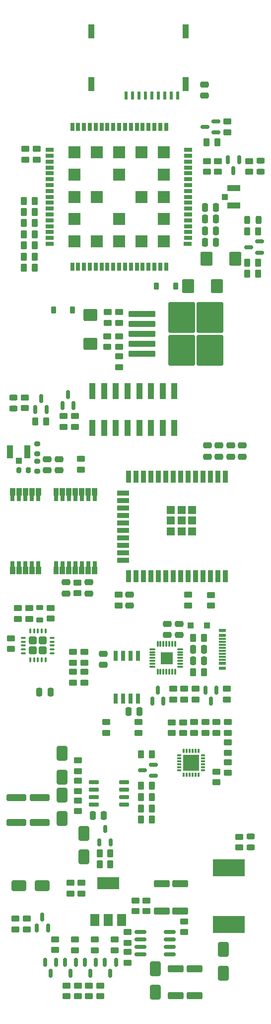
<source format=gtp>
%TF.GenerationSoftware,KiCad,Pcbnew,7.0.2*%
%TF.CreationDate,2023-05-22T14:03:59+07:00*%
%TF.ProjectId,ph_portable_refrigerator_v2_hw,70685f70-6f72-4746-9162-6c655f726566,rev?*%
%TF.SameCoordinates,Original*%
%TF.FileFunction,Paste,Top*%
%TF.FilePolarity,Positive*%
%FSLAX46Y46*%
G04 Gerber Fmt 4.6, Leading zero omitted, Abs format (unit mm)*
G04 Created by KiCad (PCBNEW 7.0.2) date 2023-05-22 14:03:59*
%MOMM*%
%LPD*%
G01*
G04 APERTURE LIST*
G04 Aperture macros list*
%AMRoundRect*
0 Rectangle with rounded corners*
0 $1 Rounding radius*
0 $2 $3 $4 $5 $6 $7 $8 $9 X,Y pos of 4 corners*
0 Add a 4 corners polygon primitive as box body*
4,1,4,$2,$3,$4,$5,$6,$7,$8,$9,$2,$3,0*
0 Add four circle primitives for the rounded corners*
1,1,$1+$1,$2,$3*
1,1,$1+$1,$4,$5*
1,1,$1+$1,$6,$7*
1,1,$1+$1,$8,$9*
0 Add four rect primitives between the rounded corners*
20,1,$1+$1,$2,$3,$4,$5,0*
20,1,$1+$1,$4,$5,$6,$7,0*
20,1,$1+$1,$6,$7,$8,$9,0*
20,1,$1+$1,$8,$9,$2,$3,0*%
G04 Aperture macros list end*
%ADD10C,0.010000*%
%ADD11RoundRect,0.250000X-0.250000X-0.475000X0.250000X-0.475000X0.250000X0.475000X-0.250000X0.475000X0*%
%ADD12RoundRect,0.062400X0.422600X-0.067600X0.422600X0.067600X-0.422600X0.067600X-0.422600X-0.067600X0*%
%ADD13RoundRect,0.062400X0.067600X0.422600X-0.067600X0.422600X-0.067600X-0.422600X0.067600X-0.422600X0*%
%ADD14RoundRect,0.250000X0.450000X-0.262500X0.450000X0.262500X-0.450000X0.262500X-0.450000X-0.262500X0*%
%ADD15RoundRect,0.243750X0.456250X-0.243750X0.456250X0.243750X-0.456250X0.243750X-0.456250X-0.243750X0*%
%ADD16RoundRect,0.243750X-0.456250X0.243750X-0.456250X-0.243750X0.456250X-0.243750X0.456250X0.243750X0*%
%ADD17RoundRect,0.250000X-0.450000X0.262500X-0.450000X-0.262500X0.450000X-0.262500X0.450000X0.262500X0*%
%ADD18RoundRect,0.250000X-2.050000X-0.300000X2.050000X-0.300000X2.050000X0.300000X-2.050000X0.300000X0*%
%ADD19RoundRect,0.250000X-2.025000X-2.375000X2.025000X-2.375000X2.025000X2.375000X-2.025000X2.375000X0*%
%ADD20RoundRect,0.250000X0.262500X0.450000X-0.262500X0.450000X-0.262500X-0.450000X0.262500X-0.450000X0*%
%ADD21R,1.050000X1.000000*%
%ADD22R,2.200000X1.050000*%
%ADD23RoundRect,0.150000X0.587500X0.150000X-0.587500X0.150000X-0.587500X-0.150000X0.587500X-0.150000X0*%
%ADD24RoundRect,0.250000X-0.787500X-0.925000X0.787500X-0.925000X0.787500X0.925000X-0.787500X0.925000X0*%
%ADD25R,0.650000X1.700000*%
%ADD26RoundRect,0.250000X-0.650000X1.000000X-0.650000X-1.000000X0.650000X-1.000000X0.650000X1.000000X0*%
%ADD27RoundRect,0.200000X0.200000X0.275000X-0.200000X0.275000X-0.200000X-0.275000X0.200000X-0.275000X0*%
%ADD28RoundRect,0.250000X-1.075000X0.362500X-1.075000X-0.362500X1.075000X-0.362500X1.075000X0.362500X0*%
%ADD29RoundRect,0.250000X0.475000X-0.250000X0.475000X0.250000X-0.475000X0.250000X-0.475000X-0.250000X0*%
%ADD30RoundRect,0.150000X-0.150000X0.587500X-0.150000X-0.587500X0.150000X-0.587500X0.150000X0.587500X0*%
%ADD31RoundRect,0.250000X-0.475000X0.250000X-0.475000X-0.250000X0.475000X-0.250000X0.475000X0.250000X0*%
%ADD32RoundRect,0.250000X-0.262500X-0.450000X0.262500X-0.450000X0.262500X0.450000X-0.262500X0.450000X0*%
%ADD33R,1.000000X1.050000*%
%ADD34R,1.050000X2.200000*%
%ADD35RoundRect,0.150000X0.150000X-0.587500X0.150000X0.587500X-0.150000X0.587500X-0.150000X-0.587500X0*%
%ADD36RoundRect,0.250000X-1.450000X0.312500X-1.450000X-0.312500X1.450000X-0.312500X1.450000X0.312500X0*%
%ADD37RoundRect,0.250000X-0.300000X-0.300000X0.300000X-0.300000X0.300000X0.300000X-0.300000X0.300000X0*%
%ADD38R,0.620000X1.400000*%
%ADD39R,1.100000X2.400000*%
%ADD40RoundRect,0.225000X0.225000X0.375000X-0.225000X0.375000X-0.225000X-0.375000X0.225000X-0.375000X0*%
%ADD41R,0.800000X0.300000*%
%ADD42R,0.300000X0.800000*%
%ADD43R,2.750000X2.750000*%
%ADD44RoundRect,0.150000X-0.825000X-0.150000X0.825000X-0.150000X0.825000X0.150000X-0.825000X0.150000X0*%
%ADD45R,0.700000X1.400000*%
%ADD46R,1.400000X0.700000*%
%ADD47R,2.100000X2.100000*%
%ADD48RoundRect,0.150000X0.150000X-0.512500X0.150000X0.512500X-0.150000X0.512500X-0.150000X-0.512500X0*%
%ADD49RoundRect,0.225000X-0.225000X-0.375000X0.225000X-0.375000X0.225000X0.375000X-0.225000X0.375000X0*%
%ADD50RoundRect,0.218750X-0.381250X0.218750X-0.381250X-0.218750X0.381250X-0.218750X0.381250X0.218750X0*%
%ADD51RoundRect,0.150000X0.725000X0.150000X-0.725000X0.150000X-0.725000X-0.150000X0.725000X-0.150000X0*%
%ADD52RoundRect,0.200000X0.275000X-0.200000X0.275000X0.200000X-0.275000X0.200000X-0.275000X-0.200000X0*%
%ADD53RoundRect,0.250000X1.000000X0.650000X-1.000000X0.650000X-1.000000X-0.650000X1.000000X-0.650000X0*%
%ADD54RoundRect,0.250000X-0.425000X-0.425000X0.425000X-0.425000X0.425000X0.425000X-0.425000X0.425000X0*%
%ADD55RoundRect,0.075000X-0.325000X-0.075000X0.325000X-0.075000X0.325000X0.075000X-0.325000X0.075000X0*%
%ADD56RoundRect,0.075000X-0.075000X-0.325000X0.075000X-0.325000X0.075000X0.325000X-0.075000X0.325000X0*%
%ADD57RoundRect,0.250000X-0.925000X0.787500X-0.925000X-0.787500X0.925000X-0.787500X0.925000X0.787500X0*%
%ADD58R,1.500000X2.000000*%
%ADD59R,3.800000X2.000000*%
%ADD60R,1.000000X2.750000*%
%ADD61R,5.400000X2.900000*%
%ADD62RoundRect,0.250000X0.650000X-1.000000X0.650000X1.000000X-0.650000X1.000000X-0.650000X-1.000000X0*%
%ADD63RoundRect,0.243750X-0.243750X-0.456250X0.243750X-0.456250X0.243750X0.456250X-0.243750X0.456250X0*%
%ADD64R,0.900000X2.000000*%
%ADD65R,2.000000X0.900000*%
%ADD66R,1.330000X1.330000*%
%ADD67RoundRect,0.250000X0.250000X0.475000X-0.250000X0.475000X-0.250000X-0.475000X0.250000X-0.475000X0*%
%ADD68R,1.150000X0.600000*%
%ADD69R,1.150000X0.300000*%
G04 APERTURE END LIST*
%TO.C,U11*%
D10*
X63625792Y-130784000D02*
X61646000Y-130784000D01*
X61646000Y-128804208D01*
X63625792Y-128804208D01*
X63625792Y-130784000D01*
G36*
X63625792Y-130784000D02*
G01*
X61646000Y-130784000D01*
X61646000Y-128804208D01*
X63625792Y-128804208D01*
X63625792Y-130784000D01*
G37*
%TO.C,U7*%
X50750000Y-102075000D02*
X50650000Y-102075000D01*
X50650000Y-102975000D01*
X50050000Y-102975000D01*
X50050000Y-102075000D01*
X49950000Y-102075000D01*
X49950000Y-100875000D01*
X50750000Y-100875000D01*
X50750000Y-102075000D01*
G36*
X50750000Y-102075000D02*
G01*
X50650000Y-102075000D01*
X50650000Y-102975000D01*
X50050000Y-102975000D01*
X50050000Y-102075000D01*
X49950000Y-102075000D01*
X49950000Y-100875000D01*
X50750000Y-100875000D01*
X50750000Y-102075000D01*
G37*
X49650000Y-102075000D02*
X49550000Y-102075000D01*
X49550000Y-102975000D01*
X48950000Y-102975000D01*
X48950000Y-102075000D01*
X48850000Y-102075000D01*
X48850000Y-100875000D01*
X49650000Y-100875000D01*
X49650000Y-102075000D01*
G36*
X49650000Y-102075000D02*
G01*
X49550000Y-102075000D01*
X49550000Y-102975000D01*
X48950000Y-102975000D01*
X48950000Y-102075000D01*
X48850000Y-102075000D01*
X48850000Y-100875000D01*
X49650000Y-100875000D01*
X49650000Y-102075000D01*
G37*
X48550000Y-102075000D02*
X48450000Y-102075000D01*
X48450000Y-102975000D01*
X47850000Y-102975000D01*
X47850000Y-102075000D01*
X47750000Y-102075000D01*
X47750000Y-100875000D01*
X48550000Y-100875000D01*
X48550000Y-102075000D01*
G36*
X48550000Y-102075000D02*
G01*
X48450000Y-102075000D01*
X48450000Y-102975000D01*
X47850000Y-102975000D01*
X47850000Y-102075000D01*
X47750000Y-102075000D01*
X47750000Y-100875000D01*
X48550000Y-100875000D01*
X48550000Y-102075000D01*
G37*
X47450000Y-102075000D02*
X47350000Y-102075000D01*
X47350000Y-102975000D01*
X46750000Y-102975000D01*
X46750000Y-102075000D01*
X46650000Y-102075000D01*
X46650000Y-100875000D01*
X47450000Y-100875000D01*
X47450000Y-102075000D01*
G36*
X47450000Y-102075000D02*
G01*
X47350000Y-102075000D01*
X47350000Y-102975000D01*
X46750000Y-102975000D01*
X46750000Y-102075000D01*
X46650000Y-102075000D01*
X46650000Y-100875000D01*
X47450000Y-100875000D01*
X47450000Y-102075000D01*
G37*
X46350000Y-102075000D02*
X46250000Y-102075000D01*
X46250000Y-102975000D01*
X45650000Y-102975000D01*
X45650000Y-102075000D01*
X45550000Y-102075000D01*
X45550000Y-100875000D01*
X46350000Y-100875000D01*
X46350000Y-102075000D01*
G36*
X46350000Y-102075000D02*
G01*
X46250000Y-102075000D01*
X46250000Y-102975000D01*
X45650000Y-102975000D01*
X45650000Y-102075000D01*
X45550000Y-102075000D01*
X45550000Y-100875000D01*
X46350000Y-100875000D01*
X46350000Y-102075000D01*
G37*
X45250000Y-102075000D02*
X45150000Y-102075000D01*
X45150000Y-102975000D01*
X44550000Y-102975000D01*
X44550000Y-102075000D01*
X44450000Y-102075000D01*
X44450000Y-100875000D01*
X45250000Y-100875000D01*
X45250000Y-102075000D01*
G36*
X45250000Y-102075000D02*
G01*
X45150000Y-102075000D01*
X45150000Y-102975000D01*
X44550000Y-102975000D01*
X44550000Y-102075000D01*
X44450000Y-102075000D01*
X44450000Y-100875000D01*
X45250000Y-100875000D01*
X45250000Y-102075000D01*
G37*
X44150000Y-102075000D02*
X44050000Y-102075000D01*
X44050000Y-102975000D01*
X43450000Y-102975000D01*
X43450000Y-102075000D01*
X43350000Y-102075000D01*
X43350000Y-100875000D01*
X44150000Y-100875000D01*
X44150000Y-102075000D01*
G36*
X44150000Y-102075000D02*
G01*
X44050000Y-102075000D01*
X44050000Y-102975000D01*
X43450000Y-102975000D01*
X43450000Y-102075000D01*
X43350000Y-102075000D01*
X43350000Y-100875000D01*
X44150000Y-100875000D01*
X44150000Y-102075000D01*
G37*
X41150000Y-102075000D02*
X41050000Y-102075000D01*
X41050000Y-102975000D01*
X40450000Y-102975000D01*
X40450000Y-102075000D01*
X40350000Y-102075000D01*
X40350000Y-100875000D01*
X41150000Y-100875000D01*
X41150000Y-102075000D01*
G36*
X41150000Y-102075000D02*
G01*
X41050000Y-102075000D01*
X41050000Y-102975000D01*
X40450000Y-102975000D01*
X40450000Y-102075000D01*
X40350000Y-102075000D01*
X40350000Y-100875000D01*
X41150000Y-100875000D01*
X41150000Y-102075000D01*
G37*
X40050000Y-102075000D02*
X39950000Y-102075000D01*
X39950000Y-102975000D01*
X39350000Y-102975000D01*
X39350000Y-102075000D01*
X39250000Y-102075000D01*
X39250000Y-100875000D01*
X40050000Y-100875000D01*
X40050000Y-102075000D01*
G36*
X40050000Y-102075000D02*
G01*
X39950000Y-102075000D01*
X39950000Y-102975000D01*
X39350000Y-102975000D01*
X39350000Y-102075000D01*
X39250000Y-102075000D01*
X39250000Y-100875000D01*
X40050000Y-100875000D01*
X40050000Y-102075000D01*
G37*
X38950000Y-102075000D02*
X38850000Y-102075000D01*
X38850000Y-102975000D01*
X38250000Y-102975000D01*
X38250000Y-102075000D01*
X38150000Y-102075000D01*
X38150000Y-100875000D01*
X38950000Y-100875000D01*
X38950000Y-102075000D01*
G36*
X38950000Y-102075000D02*
G01*
X38850000Y-102075000D01*
X38850000Y-102975000D01*
X38250000Y-102975000D01*
X38250000Y-102075000D01*
X38150000Y-102075000D01*
X38150000Y-100875000D01*
X38950000Y-100875000D01*
X38950000Y-102075000D01*
G37*
X37850000Y-102075000D02*
X37750000Y-102075000D01*
X37750000Y-102975000D01*
X37150000Y-102975000D01*
X37150000Y-102075000D01*
X37050000Y-102075000D01*
X37050000Y-100875000D01*
X37850000Y-100875000D01*
X37850000Y-102075000D01*
G36*
X37850000Y-102075000D02*
G01*
X37750000Y-102075000D01*
X37750000Y-102975000D01*
X37150000Y-102975000D01*
X37150000Y-102075000D01*
X37050000Y-102075000D01*
X37050000Y-100875000D01*
X37850000Y-100875000D01*
X37850000Y-102075000D01*
G37*
X36750000Y-102075000D02*
X36650000Y-102075000D01*
X36650000Y-102975000D01*
X36050000Y-102975000D01*
X36050000Y-102075000D01*
X35950000Y-102075000D01*
X35950000Y-100875000D01*
X36750000Y-100875000D01*
X36750000Y-102075000D01*
G36*
X36750000Y-102075000D02*
G01*
X36650000Y-102075000D01*
X36650000Y-102975000D01*
X36050000Y-102975000D01*
X36050000Y-102075000D01*
X35950000Y-102075000D01*
X35950000Y-100875000D01*
X36750000Y-100875000D01*
X36750000Y-102075000D01*
G37*
X50650000Y-114275000D02*
X50750000Y-114275000D01*
X50750000Y-115475000D01*
X49950000Y-115475000D01*
X49950000Y-114275000D01*
X50050000Y-114275000D01*
X50050000Y-113375000D01*
X50650000Y-113375000D01*
X50650000Y-114275000D01*
G36*
X50650000Y-114275000D02*
G01*
X50750000Y-114275000D01*
X50750000Y-115475000D01*
X49950000Y-115475000D01*
X49950000Y-114275000D01*
X50050000Y-114275000D01*
X50050000Y-113375000D01*
X50650000Y-113375000D01*
X50650000Y-114275000D01*
G37*
X49550000Y-114275000D02*
X49650000Y-114275000D01*
X49650000Y-115475000D01*
X48850000Y-115475000D01*
X48850000Y-114275000D01*
X48950000Y-114275000D01*
X48950000Y-113375000D01*
X49550000Y-113375000D01*
X49550000Y-114275000D01*
G36*
X49550000Y-114275000D02*
G01*
X49650000Y-114275000D01*
X49650000Y-115475000D01*
X48850000Y-115475000D01*
X48850000Y-114275000D01*
X48950000Y-114275000D01*
X48950000Y-113375000D01*
X49550000Y-113375000D01*
X49550000Y-114275000D01*
G37*
X48450000Y-114275000D02*
X48550000Y-114275000D01*
X48550000Y-115475000D01*
X47750000Y-115475000D01*
X47750000Y-114275000D01*
X47850000Y-114275000D01*
X47850000Y-113375000D01*
X48450000Y-113375000D01*
X48450000Y-114275000D01*
G36*
X48450000Y-114275000D02*
G01*
X48550000Y-114275000D01*
X48550000Y-115475000D01*
X47750000Y-115475000D01*
X47750000Y-114275000D01*
X47850000Y-114275000D01*
X47850000Y-113375000D01*
X48450000Y-113375000D01*
X48450000Y-114275000D01*
G37*
X47350000Y-114275000D02*
X47450000Y-114275000D01*
X47450000Y-115475000D01*
X46650000Y-115475000D01*
X46650000Y-114275000D01*
X46750000Y-114275000D01*
X46750000Y-113375000D01*
X47350000Y-113375000D01*
X47350000Y-114275000D01*
G36*
X47350000Y-114275000D02*
G01*
X47450000Y-114275000D01*
X47450000Y-115475000D01*
X46650000Y-115475000D01*
X46650000Y-114275000D01*
X46750000Y-114275000D01*
X46750000Y-113375000D01*
X47350000Y-113375000D01*
X47350000Y-114275000D01*
G37*
X46250000Y-114275000D02*
X46350000Y-114275000D01*
X46350000Y-115475000D01*
X45550000Y-115475000D01*
X45550000Y-114275000D01*
X45650000Y-114275000D01*
X45650000Y-113375000D01*
X46250000Y-113375000D01*
X46250000Y-114275000D01*
G36*
X46250000Y-114275000D02*
G01*
X46350000Y-114275000D01*
X46350000Y-115475000D01*
X45550000Y-115475000D01*
X45550000Y-114275000D01*
X45650000Y-114275000D01*
X45650000Y-113375000D01*
X46250000Y-113375000D01*
X46250000Y-114275000D01*
G37*
X45150000Y-114275000D02*
X45250000Y-114275000D01*
X45250000Y-115475000D01*
X44450000Y-115475000D01*
X44450000Y-114275000D01*
X44550000Y-114275000D01*
X44550000Y-113375000D01*
X45150000Y-113375000D01*
X45150000Y-114275000D01*
G36*
X45150000Y-114275000D02*
G01*
X45250000Y-114275000D01*
X45250000Y-115475000D01*
X44450000Y-115475000D01*
X44450000Y-114275000D01*
X44550000Y-114275000D01*
X44550000Y-113375000D01*
X45150000Y-113375000D01*
X45150000Y-114275000D01*
G37*
X44050000Y-114275000D02*
X44150000Y-114275000D01*
X44150000Y-115475000D01*
X43350000Y-115475000D01*
X43350000Y-114275000D01*
X43450000Y-114275000D01*
X43450000Y-113375000D01*
X44050000Y-113375000D01*
X44050000Y-114275000D01*
G36*
X44050000Y-114275000D02*
G01*
X44150000Y-114275000D01*
X44150000Y-115475000D01*
X43350000Y-115475000D01*
X43350000Y-114275000D01*
X43450000Y-114275000D01*
X43450000Y-113375000D01*
X44050000Y-113375000D01*
X44050000Y-114275000D01*
G37*
X41050000Y-114275000D02*
X41150000Y-114275000D01*
X41150000Y-115475000D01*
X40350000Y-115475000D01*
X40350000Y-114275000D01*
X40450000Y-114275000D01*
X40450000Y-113375000D01*
X41050000Y-113375000D01*
X41050000Y-114275000D01*
G36*
X41050000Y-114275000D02*
G01*
X41150000Y-114275000D01*
X41150000Y-115475000D01*
X40350000Y-115475000D01*
X40350000Y-114275000D01*
X40450000Y-114275000D01*
X40450000Y-113375000D01*
X41050000Y-113375000D01*
X41050000Y-114275000D01*
G37*
X39950000Y-114275000D02*
X40050000Y-114275000D01*
X40050000Y-115475000D01*
X39250000Y-115475000D01*
X39250000Y-114275000D01*
X39350000Y-114275000D01*
X39350000Y-113375000D01*
X39950000Y-113375000D01*
X39950000Y-114275000D01*
G36*
X39950000Y-114275000D02*
G01*
X40050000Y-114275000D01*
X40050000Y-115475000D01*
X39250000Y-115475000D01*
X39250000Y-114275000D01*
X39350000Y-114275000D01*
X39350000Y-113375000D01*
X39950000Y-113375000D01*
X39950000Y-114275000D01*
G37*
X38850000Y-114275000D02*
X38950000Y-114275000D01*
X38950000Y-115475000D01*
X38150000Y-115475000D01*
X38150000Y-114275000D01*
X38250000Y-114275000D01*
X38250000Y-113375000D01*
X38850000Y-113375000D01*
X38850000Y-114275000D01*
G36*
X38850000Y-114275000D02*
G01*
X38950000Y-114275000D01*
X38950000Y-115475000D01*
X38150000Y-115475000D01*
X38150000Y-114275000D01*
X38250000Y-114275000D01*
X38250000Y-113375000D01*
X38850000Y-113375000D01*
X38850000Y-114275000D01*
G37*
X37750000Y-114275000D02*
X37850000Y-114275000D01*
X37850000Y-115475000D01*
X37050000Y-115475000D01*
X37050000Y-114275000D01*
X37150000Y-114275000D01*
X37150000Y-113375000D01*
X37750000Y-113375000D01*
X37750000Y-114275000D01*
G36*
X37750000Y-114275000D02*
G01*
X37850000Y-114275000D01*
X37850000Y-115475000D01*
X37050000Y-115475000D01*
X37050000Y-114275000D01*
X37150000Y-114275000D01*
X37150000Y-113375000D01*
X37750000Y-113375000D01*
X37750000Y-114275000D01*
G37*
X36650000Y-114275000D02*
X36750000Y-114275000D01*
X36750000Y-115475000D01*
X35950000Y-115475000D01*
X35950000Y-114275000D01*
X36050000Y-114275000D01*
X36050000Y-113375000D01*
X36650000Y-113375000D01*
X36650000Y-114275000D01*
G36*
X36650000Y-114275000D02*
G01*
X36750000Y-114275000D01*
X36750000Y-115475000D01*
X35950000Y-115475000D01*
X35950000Y-114275000D01*
X36050000Y-114275000D01*
X36050000Y-113375000D01*
X36650000Y-113375000D01*
X36650000Y-114275000D01*
G37*
%TD*%
D11*
%TO.C,C22*%
X56145000Y-138900000D03*
X58045000Y-138900000D03*
%TD*%
D12*
%TO.C,U11*%
X65005000Y-131295000D03*
X65005000Y-130795000D03*
X65005000Y-130295000D03*
X65005000Y-129795000D03*
X65005000Y-129295000D03*
X65005000Y-128795000D03*
X65005000Y-128295000D03*
D13*
X64135000Y-127425000D03*
X63635000Y-127425000D03*
X63135000Y-127425000D03*
X62635000Y-127425000D03*
X62135000Y-127425000D03*
X61635000Y-127425000D03*
X61135000Y-127425000D03*
D12*
X60265000Y-128295000D03*
X60265000Y-128795000D03*
X60265000Y-129295000D03*
X60265000Y-129795000D03*
X60265000Y-130295000D03*
X60265000Y-130795000D03*
X60265000Y-131295000D03*
D13*
X61135000Y-132165000D03*
X61635000Y-132165000D03*
X62135000Y-132165000D03*
X62635000Y-132165000D03*
X63135000Y-132165000D03*
X63635000Y-132165000D03*
X64135000Y-132165000D03*
%TD*%
D14*
%TO.C,C21*%
X57845000Y-142525000D03*
X57845000Y-140700000D03*
%TD*%
D15*
%TO.C,D5*%
X77000000Y-162050000D03*
X77000000Y-160175000D03*
%TD*%
D16*
%TO.C,D13*%
X36550000Y-85487500D03*
X36550000Y-87362500D03*
%TD*%
D17*
%TO.C,R69*%
X38500000Y-85475000D03*
X38500000Y-87300000D03*
%TD*%
D18*
%TO.C,U5*%
X58475000Y-71250000D03*
X58475000Y-72950000D03*
X58475000Y-74650000D03*
D19*
X65200000Y-71875000D03*
X65200000Y-77425000D03*
X70050000Y-71875000D03*
X70050000Y-77425000D03*
D18*
X58475000Y-76350000D03*
X58475000Y-78050000D03*
%TD*%
D20*
%TO.C,R3*%
X53075000Y-164900000D03*
X51250000Y-164900000D03*
%TD*%
%TO.C,C32*%
X40150000Y-52000000D03*
X38325000Y-52000000D03*
%TD*%
%TO.C,C33*%
X40150000Y-55800000D03*
X38325000Y-55800000D03*
%TD*%
D21*
%TO.C,AT2*%
X72625000Y-51325000D03*
D22*
X74150000Y-52800000D03*
X74150000Y-49850000D03*
%TD*%
D14*
%TO.C,R61*%
X67600000Y-136837500D03*
X67600000Y-135012500D03*
%TD*%
D23*
%TO.C,Q2*%
X71100000Y-40350000D03*
X71100000Y-38450000D03*
X69225000Y-39400000D03*
%TD*%
D20*
%TO.C,R51*%
X60125000Y-153475000D03*
X58300000Y-153475000D03*
%TD*%
D24*
%TO.C,C47*%
X66337500Y-66525000D03*
X71262500Y-66525000D03*
%TD*%
D14*
%TO.C,C25*%
X39250000Y-123125000D03*
X39250000Y-121300000D03*
%TD*%
%TO.C,C24*%
X37325000Y-123125000D03*
X37325000Y-121300000D03*
%TD*%
D17*
%TO.C,C11*%
X48150000Y-168037500D03*
X48150000Y-169862500D03*
%TD*%
D20*
%TO.C,C34*%
X40150000Y-61500000D03*
X38325000Y-61500000D03*
%TD*%
D25*
%TO.C,U4*%
X53935000Y-136725000D03*
X55205000Y-136725000D03*
X56475000Y-136725000D03*
X57745000Y-136725000D03*
X57745000Y-129425000D03*
X56475000Y-129425000D03*
X55205000Y-129425000D03*
X53935000Y-129425000D03*
%TD*%
D14*
%TO.C,R11*%
X45100000Y-90462500D03*
X45100000Y-88637500D03*
%TD*%
%TO.C,R66*%
X71425000Y-47062500D03*
X71425000Y-45237500D03*
%TD*%
D20*
%TO.C,R41*%
X40150000Y-57700000D03*
X38325000Y-57700000D03*
%TD*%
D17*
%TO.C,R16*%
X50441666Y-177687500D03*
X50441666Y-179512500D03*
%TD*%
D26*
%TO.C,D11*%
X44800000Y-146050000D03*
X44800000Y-150050000D03*
%TD*%
D27*
%TO.C,L3*%
X39100000Y-97862500D03*
X37450000Y-97862500D03*
%TD*%
D28*
%TO.C,C2*%
X64200000Y-182662500D03*
X64200000Y-187287500D03*
%TD*%
D20*
%TO.C,R48*%
X60137500Y-157300000D03*
X58312500Y-157300000D03*
%TD*%
D29*
%TO.C,C43*%
X62810000Y-125875000D03*
X62810000Y-123975000D03*
%TD*%
D14*
%TO.C,R8*%
X45575000Y-187350000D03*
X45575000Y-185525000D03*
%TD*%
D11*
%TO.C,C42*%
X67180000Y-130295000D03*
X69080000Y-130295000D03*
%TD*%
D17*
%TO.C,R20*%
X48625000Y-132162500D03*
X48625000Y-133987500D03*
%TD*%
D30*
%TO.C,Q5*%
X50625000Y-181587500D03*
X48725000Y-181587500D03*
X49675000Y-183462500D03*
%TD*%
D29*
%TO.C,C18*%
X44300000Y-97875000D03*
X44300000Y-95975000D03*
%TD*%
D14*
%TO.C,R26*%
X46700000Y-133987500D03*
X46700000Y-132162500D03*
%TD*%
D17*
%TO.C,R59*%
X72900000Y-135012500D03*
X72900000Y-136837500D03*
%TD*%
D29*
%TO.C,C5*%
X69125000Y-34125000D03*
X69125000Y-32225000D03*
%TD*%
D17*
%TO.C,C30*%
X52575000Y-75050000D03*
X52575000Y-76875000D03*
%TD*%
%TO.C,R45*%
X73075000Y-144117500D03*
X73075000Y-145942500D03*
%TD*%
D28*
%TO.C,C7*%
X67450000Y-182662500D03*
X67450000Y-187287500D03*
%TD*%
D20*
%TO.C,R42*%
X40150000Y-59600000D03*
X38325000Y-59600000D03*
%TD*%
D17*
%TO.C,R32*%
X47500000Y-185525000D03*
X47500000Y-187350000D03*
%TD*%
D20*
%TO.C,R50*%
X60125000Y-151550000D03*
X58300000Y-151550000D03*
%TD*%
D14*
%TO.C,C17*%
X52370000Y-142525000D03*
X52370000Y-140700000D03*
%TD*%
D29*
%TO.C,C6*%
X71600000Y-95550000D03*
X71600000Y-93650000D03*
%TD*%
D14*
%TO.C,R33*%
X40500000Y-45012500D03*
X40500000Y-43187500D03*
%TD*%
D31*
%TO.C,R25*%
X42325000Y-95975000D03*
X42325000Y-97875000D03*
%TD*%
D14*
%TO.C,C36*%
X73075000Y-149342500D03*
X73075000Y-147517500D03*
%TD*%
D32*
%TO.C,R64*%
X76437500Y-62525000D03*
X78262500Y-62525000D03*
%TD*%
D17*
%TO.C,C38*%
X71175000Y-140725000D03*
X71175000Y-142550000D03*
%TD*%
%TO.C,R39*%
X69525000Y-45225000D03*
X69525000Y-47050000D03*
%TD*%
D14*
%TO.C,R19*%
X66325000Y-120862500D03*
X66325000Y-119037500D03*
%TD*%
D17*
%TO.C,C23*%
X42850000Y-121275000D03*
X42850000Y-123100000D03*
%TD*%
D11*
%TO.C,C48*%
X69175000Y-53125000D03*
X71075000Y-53125000D03*
%TD*%
D17*
%TO.C,R46*%
X71125000Y-149137500D03*
X71125000Y-150962500D03*
%TD*%
%TO.C,C37*%
X73075000Y-140717500D03*
X73075000Y-142542500D03*
%TD*%
D14*
%TO.C,R13*%
X70250000Y-120887500D03*
X70250000Y-119062500D03*
%TD*%
D23*
%TO.C,Q12*%
X78525000Y-60825000D03*
X78525000Y-58925000D03*
X76650000Y-59875000D03*
%TD*%
D33*
%TO.C,AT1*%
X37450000Y-96262500D03*
D34*
X38925000Y-94737500D03*
X35975000Y-94737500D03*
%TD*%
D14*
%TO.C,C28*%
X54575000Y-72762500D03*
X54575000Y-70937500D03*
%TD*%
D35*
%TO.C,Q6*%
X40525000Y-175775000D03*
X42425000Y-175775000D03*
X41475000Y-173900000D03*
%TD*%
D31*
%TO.C,C15*%
X56375000Y-119000000D03*
X56375000Y-120900000D03*
%TD*%
D15*
%TO.C,D7*%
X78700000Y-47075000D03*
X78700000Y-45200000D03*
%TD*%
D20*
%TO.C,R68*%
X42112500Y-89575000D03*
X40287500Y-89575000D03*
%TD*%
D36*
%TO.C,F1*%
X41000000Y-153537500D03*
X41000000Y-157812500D03*
%TD*%
D17*
%TO.C,C39*%
X69275000Y-140725000D03*
X69275000Y-142550000D03*
%TD*%
D37*
%TO.C,D12*%
X66730000Y-124245000D03*
X69530000Y-124245000D03*
%TD*%
D38*
%TO.C,J1*%
X55770000Y-34127500D03*
X56870000Y-34127500D03*
X57970000Y-34127500D03*
X59070000Y-34127500D03*
X60170000Y-34127500D03*
X61270000Y-34127500D03*
X62370000Y-34127500D03*
X63470000Y-34127500D03*
X64570000Y-34127500D03*
D39*
X65950000Y-23127500D03*
X65950000Y-32127500D03*
X49800000Y-32127500D03*
X49800000Y-23127500D03*
%TD*%
D17*
%TO.C,R47*%
X63575000Y-140737500D03*
X63575000Y-142562500D03*
%TD*%
D11*
%TO.C,C46*%
X69175000Y-55100000D03*
X71075000Y-55100000D03*
%TD*%
D32*
%TO.C,R57*%
X67192500Y-126370000D03*
X69017500Y-126370000D03*
%TD*%
D40*
%TO.C,D4*%
X64250000Y-66525000D03*
X60950000Y-66525000D03*
%TD*%
D31*
%TO.C,C19*%
X49400000Y-116925000D03*
X49400000Y-118825000D03*
%TD*%
D20*
%TO.C,R43*%
X40150000Y-63400000D03*
X38325000Y-63400000D03*
%TD*%
D41*
%TO.C,IC1*%
X68850000Y-148875000D03*
X68850000Y-148375000D03*
X68850000Y-147875000D03*
X68850000Y-147375000D03*
X68850000Y-146875000D03*
X68850000Y-146375000D03*
D42*
X68100000Y-145625000D03*
X67600000Y-145625000D03*
X67100000Y-145625000D03*
X66600000Y-145625000D03*
X66100000Y-145625000D03*
X65600000Y-145625000D03*
D41*
X64850000Y-146375000D03*
X64850000Y-146875000D03*
X64850000Y-147375000D03*
X64850000Y-147875000D03*
X64850000Y-148375000D03*
X64850000Y-148875000D03*
D42*
X65600000Y-149625000D03*
X66100000Y-149625000D03*
X66600000Y-149625000D03*
X67100000Y-149625000D03*
X67600000Y-149625000D03*
X68100000Y-149625000D03*
D43*
X66850000Y-147625000D03*
%TD*%
D17*
%TO.C,C8*%
X65650000Y-174600000D03*
X65650000Y-176425000D03*
%TD*%
%TO.C,C12*%
X46250000Y-168037500D03*
X46250000Y-169862500D03*
%TD*%
%TO.C,C14*%
X57350000Y-171037500D03*
X57350000Y-172862500D03*
%TD*%
D29*
%TO.C,R4*%
X69625000Y-95550000D03*
X69625000Y-93650000D03*
%TD*%
D14*
%TO.C,R67*%
X76775000Y-47075000D03*
X76775000Y-45250000D03*
%TD*%
D44*
%TO.C,U2*%
X58250000Y-176422500D03*
X58250000Y-177692500D03*
X58250000Y-178962500D03*
X58250000Y-180232500D03*
X63200000Y-180232500D03*
X63200000Y-178962500D03*
X63200000Y-177692500D03*
X63200000Y-176422500D03*
%TD*%
D29*
%TO.C,C1*%
X73600000Y-95550000D03*
X73600000Y-93650000D03*
%TD*%
D14*
%TO.C,R29*%
X38575000Y-44987500D03*
X38575000Y-43162500D03*
%TD*%
%TO.C,R22*%
X52600000Y-72762500D03*
X52600000Y-70937500D03*
%TD*%
D17*
%TO.C,R30*%
X51350000Y-185525000D03*
X51350000Y-187350000D03*
%TD*%
D14*
%TO.C,R28*%
X47450000Y-118787500D03*
X47450000Y-116962500D03*
%TD*%
%TO.C,R53*%
X47575000Y-155875000D03*
X47575000Y-154050000D03*
%TD*%
D45*
%TO.C,U8*%
X62575000Y-39425000D03*
X61575000Y-39425000D03*
X60575000Y-39425000D03*
X59575000Y-39425000D03*
X58575000Y-39425000D03*
X57575000Y-39425000D03*
X56575000Y-39425000D03*
X55575000Y-39425000D03*
X54575000Y-39425000D03*
X53575000Y-39425000D03*
X52575000Y-39425000D03*
X51575000Y-39425000D03*
X50575000Y-39425000D03*
X49575000Y-39425000D03*
X48575000Y-39425000D03*
X47575000Y-39425000D03*
X46575000Y-39425000D03*
D46*
X42675000Y-43325000D03*
X42675000Y-44325000D03*
X42675000Y-45325000D03*
X42675000Y-46325000D03*
X42675000Y-47325000D03*
X42675000Y-48325000D03*
X42675000Y-49325000D03*
X42675000Y-50325000D03*
X42675000Y-51325000D03*
X42675000Y-52325000D03*
X42675000Y-53325000D03*
X42675000Y-54325000D03*
X42675000Y-55325000D03*
X42675000Y-56325000D03*
X42675000Y-57325000D03*
X42675000Y-58325000D03*
X42675000Y-59325000D03*
D45*
X46575000Y-63225000D03*
X47575000Y-63225000D03*
X48575000Y-63225000D03*
X49575000Y-63225000D03*
X50575000Y-63225000D03*
X51575000Y-63225000D03*
X52575000Y-63225000D03*
X53575000Y-63225000D03*
X54575000Y-63225000D03*
X55575000Y-63225000D03*
X56575000Y-63225000D03*
X57575000Y-63225000D03*
X58575000Y-63225000D03*
X59575000Y-63225000D03*
X60575000Y-63225000D03*
X61575000Y-63225000D03*
X62575000Y-63225000D03*
D46*
X66275000Y-59325000D03*
X66375000Y-58325000D03*
X66375000Y-57325000D03*
X66375000Y-56325000D03*
X66375000Y-55325000D03*
X66375000Y-54325000D03*
X66375000Y-53325000D03*
X66375000Y-52325000D03*
X66375000Y-51325000D03*
X66375000Y-50325000D03*
X66375000Y-49325000D03*
X66375000Y-48325000D03*
X66375000Y-47325000D03*
X66375000Y-46325000D03*
X66375000Y-45325000D03*
X66375000Y-44325000D03*
X66375000Y-43325000D03*
D47*
X62175000Y-43725000D03*
X58375000Y-43725000D03*
X54575000Y-43725000D03*
X50775000Y-43725000D03*
X46975000Y-43725000D03*
X46975000Y-47525000D03*
X46975000Y-51325000D03*
X46975000Y-55125000D03*
X46975000Y-58925000D03*
X50775000Y-58925000D03*
X54575000Y-58925000D03*
X58375000Y-58925000D03*
X62175000Y-58925000D03*
X62175000Y-55125000D03*
X62175000Y-51325000D03*
X62175000Y-47525000D03*
X54575000Y-47525000D03*
X50775000Y-51325000D03*
X54575000Y-55125000D03*
X58375000Y-51325000D03*
%TD*%
D48*
%TO.C,Q4*%
X51212500Y-161137500D03*
X53112500Y-161137500D03*
X52162500Y-158862500D03*
%TD*%
D49*
%TO.C,D9*%
X43350000Y-70550000D03*
X46650000Y-70550000D03*
%TD*%
D50*
%TO.C,L1*%
X41050000Y-121200000D03*
X41050000Y-123325000D03*
%TD*%
D51*
%TO.C,U10*%
X55425000Y-154705000D03*
X55425000Y-153435000D03*
X55425000Y-152165000D03*
X55425000Y-150895000D03*
X50275000Y-150895000D03*
X50275000Y-152165000D03*
X50275000Y-153435000D03*
X50275000Y-154705000D03*
%TD*%
D28*
%TO.C,C9*%
X61850000Y-168212500D03*
X61850000Y-172837500D03*
%TD*%
D17*
%TO.C,R24*%
X54550000Y-78487500D03*
X54550000Y-80312500D03*
%TD*%
%TO.C,R17*%
X48650000Y-128775000D03*
X48650000Y-130600000D03*
%TD*%
D30*
%TO.C,Q11*%
X71200000Y-135227500D03*
X69300000Y-135227500D03*
X70250000Y-137102500D03*
%TD*%
D11*
%TO.C,C29*%
X69175000Y-59050000D03*
X71075000Y-59050000D03*
%TD*%
D26*
%TO.C,D10*%
X44800000Y-153100000D03*
X44800000Y-157100000D03*
%TD*%
D17*
%TO.C,R1*%
X53825000Y-177687500D03*
X53825000Y-179512500D03*
%TD*%
D11*
%TO.C,C26*%
X40950000Y-135575000D03*
X42850000Y-135575000D03*
%TD*%
D52*
%TO.C,R34*%
X40575000Y-97987500D03*
X40575000Y-96337500D03*
%TD*%
D17*
%TO.C,R58*%
X63800000Y-135012500D03*
X63800000Y-136837500D03*
%TD*%
D35*
%TO.C,Q14*%
X40300000Y-87537500D03*
X42200000Y-87537500D03*
X41250000Y-85662500D03*
%TD*%
D14*
%TO.C,R54*%
X47575000Y-152475000D03*
X47575000Y-150650000D03*
%TD*%
D17*
%TO.C,R14*%
X56000000Y-179825000D03*
X56000000Y-181650000D03*
%TD*%
D53*
%TO.C,D8*%
X41475000Y-168562500D03*
X37475000Y-168562500D03*
%TD*%
D14*
%TO.C,R44*%
X48050000Y-97737500D03*
X48050000Y-95912500D03*
%TD*%
D54*
%TO.C,U6*%
X39860000Y-126822500D03*
X39860000Y-128502500D03*
X41540000Y-126822500D03*
X41540000Y-128502500D03*
D55*
X38250000Y-126362500D03*
X38250000Y-127012500D03*
X38250000Y-127662500D03*
X38250000Y-128312500D03*
X38250000Y-128962500D03*
D56*
X39400000Y-130112500D03*
X40050000Y-130112500D03*
X40700000Y-130112500D03*
X41350000Y-130112500D03*
X42000000Y-130112500D03*
D55*
X43150000Y-128962500D03*
X43150000Y-128312500D03*
X43150000Y-127662500D03*
X43150000Y-127012500D03*
X43150000Y-126362500D03*
D56*
X42000000Y-125212500D03*
X41350000Y-125212500D03*
X40700000Y-125212500D03*
X40050000Y-125212500D03*
X39400000Y-125212500D03*
%TD*%
D20*
%TO.C,R12*%
X53075000Y-163000000D03*
X51250000Y-163000000D03*
%TD*%
D57*
%TO.C,C31*%
X49675000Y-71425000D03*
X49675000Y-76350000D03*
%TD*%
D17*
%TO.C,C4*%
X46700000Y-128762500D03*
X46700000Y-130587500D03*
%TD*%
%TO.C,R18*%
X47025000Y-177687500D03*
X47025000Y-179512500D03*
%TD*%
D58*
%TO.C,U3*%
X50425000Y-174387500D03*
X52725000Y-174387500D03*
D59*
X52725000Y-168087500D03*
D58*
X55025000Y-174387500D03*
%TD*%
D20*
%TO.C,R49*%
X60125000Y-155400000D03*
X58300000Y-155400000D03*
%TD*%
D60*
%TO.C,J7*%
X64000000Y-90625000D03*
X64000000Y-84375000D03*
X62000000Y-90625000D03*
X62000000Y-84375000D03*
X60000000Y-90625000D03*
X60000000Y-84375000D03*
X58000000Y-90625000D03*
X58000000Y-84375000D03*
X56000000Y-90625000D03*
X56000000Y-84375000D03*
X54000000Y-90625000D03*
X54000000Y-84375000D03*
X52000000Y-90625000D03*
X52000000Y-84375000D03*
X50000000Y-90625000D03*
X50000000Y-84375000D03*
%TD*%
D11*
%TO.C,C41*%
X67180000Y-128320000D03*
X69080000Y-128320000D03*
%TD*%
D14*
%TO.C,R10*%
X47025000Y-90462500D03*
X47025000Y-88637500D03*
%TD*%
D26*
%TO.C,D1*%
X72375000Y-179400000D03*
X72375000Y-183400000D03*
%TD*%
D20*
%TO.C,R40*%
X40150000Y-53900000D03*
X38325000Y-53900000D03*
%TD*%
D36*
%TO.C,F2*%
X37050200Y-153536200D03*
X37050200Y-157811200D03*
%TD*%
D35*
%TO.C,Q7*%
X44900000Y-86875000D03*
X46800000Y-86875000D03*
X45850000Y-85000000D03*
%TD*%
D61*
%TO.C,L2*%
X73300000Y-175175000D03*
X73300000Y-165475000D03*
%TD*%
D17*
%TO.C,R23*%
X54537500Y-75050000D03*
X54537500Y-76875000D03*
%TD*%
D11*
%TO.C,C45*%
X69175000Y-57075000D03*
X71075000Y-57075000D03*
%TD*%
D62*
%TO.C,D2*%
X48575000Y-163612500D03*
X48575000Y-159612500D03*
%TD*%
D17*
%TO.C,R7*%
X38800000Y-174150000D03*
X38800000Y-175975000D03*
%TD*%
D30*
%TO.C,Q1*%
X54025000Y-181587500D03*
X52125000Y-181587500D03*
X53075000Y-183462500D03*
%TD*%
D29*
%TO.C,C3*%
X75575000Y-95550000D03*
X75575000Y-93650000D03*
%TD*%
D32*
%TO.C,R65*%
X76437500Y-64425000D03*
X78262500Y-64425000D03*
%TD*%
D17*
%TO.C,R9*%
X56000000Y-176450000D03*
X56000000Y-178275000D03*
%TD*%
D14*
%TO.C,R60*%
X65700000Y-136837500D03*
X65700000Y-135012500D03*
%TD*%
%TO.C,R63*%
X65475000Y-142562500D03*
X65475000Y-140737500D03*
%TD*%
D63*
%TO.C,D6*%
X76450000Y-55250000D03*
X78325000Y-55250000D03*
%TD*%
D14*
%TO.C,R62*%
X67375000Y-142550000D03*
X67375000Y-140725000D03*
%TD*%
%TO.C,R55*%
X47575000Y-149062500D03*
X47575000Y-147237500D03*
%TD*%
D30*
%TO.C,Q13*%
X75025000Y-44975000D03*
X73125000Y-44975000D03*
X74075000Y-46850000D03*
%TD*%
D23*
%TO.C,Q9*%
X60387500Y-149825000D03*
X60387500Y-147925000D03*
X58512500Y-148875000D03*
%TD*%
D17*
%TO.C,R2*%
X43633332Y-177675000D03*
X43633332Y-179500000D03*
%TD*%
D64*
%TO.C,U1*%
X72715000Y-98915000D03*
X71445000Y-98915000D03*
X70175000Y-98915000D03*
X68905000Y-98915000D03*
X67635000Y-98915000D03*
X66365000Y-98915000D03*
X65095000Y-98915000D03*
X63825000Y-98915000D03*
X62555000Y-98915000D03*
X61285000Y-98915000D03*
X60015000Y-98915000D03*
X58745000Y-98915000D03*
X57475000Y-98915000D03*
X56205000Y-98915000D03*
D65*
X55205000Y-101700000D03*
X55205000Y-102970000D03*
X55205000Y-104240000D03*
X55205000Y-105510000D03*
X55205000Y-106780000D03*
X55205000Y-108050000D03*
X55205000Y-109320000D03*
X55205000Y-110590000D03*
X55205000Y-111860000D03*
X55205000Y-113130000D03*
D64*
X56205000Y-115915000D03*
X57475000Y-115915000D03*
X58745000Y-115915000D03*
X60015000Y-115915000D03*
X61285000Y-115915000D03*
X62555000Y-115915000D03*
X63825000Y-115915000D03*
X65095000Y-115915000D03*
X66365000Y-115915000D03*
X67635000Y-115915000D03*
X68905000Y-115915000D03*
X70175000Y-115915000D03*
X71445000Y-115915000D03*
X72715000Y-115915000D03*
D66*
X67050000Y-104580000D03*
X67050000Y-106415000D03*
X67050000Y-108250000D03*
X65215000Y-104580000D03*
X65215000Y-106415000D03*
X65215000Y-108250000D03*
X63380000Y-104580000D03*
X63380000Y-106415000D03*
X63380000Y-108250000D03*
%TD*%
D17*
%TO.C,R36*%
X36100000Y-126437500D03*
X36100000Y-128262500D03*
%TD*%
%TO.C,R38*%
X75025000Y-160212500D03*
X75025000Y-162037500D03*
%TD*%
D31*
%TO.C,C16*%
X51840000Y-129075000D03*
X51840000Y-130975000D03*
%TD*%
D35*
%TO.C,Q10*%
X60200000Y-137102500D03*
X62100000Y-137102500D03*
X61150000Y-135227500D03*
%TD*%
D30*
%TO.C,Q3*%
X43825000Y-181587500D03*
X41925000Y-181587500D03*
X42875000Y-183462500D03*
%TD*%
D32*
%TO.C,R37*%
X76450000Y-57200000D03*
X78275000Y-57200000D03*
%TD*%
D29*
%TO.C,R27*%
X45500000Y-118825000D03*
X45500000Y-116925000D03*
%TD*%
D67*
%TO.C,C40*%
X51950000Y-156575000D03*
X50050000Y-156575000D03*
%TD*%
D52*
%TO.C,C27*%
X40575000Y-95012500D03*
X40575000Y-93362500D03*
%TD*%
D20*
%TO.C,R52*%
X60150000Y-146200000D03*
X58325000Y-146200000D03*
%TD*%
D26*
%TO.C,D3*%
X60775000Y-182675000D03*
X60775000Y-186675000D03*
%TD*%
D28*
%TO.C,C10*%
X65000000Y-168212500D03*
X65000000Y-172837500D03*
%TD*%
D29*
%TO.C,C44*%
X64785000Y-125875000D03*
X64785000Y-123975000D03*
%TD*%
D17*
%TO.C,C13*%
X59250000Y-171037500D03*
X59250000Y-172862500D03*
%TD*%
D14*
%TO.C,R21*%
X73050000Y-40312500D03*
X73050000Y-38487500D03*
%TD*%
D20*
%TO.C,R15*%
X71312500Y-42050000D03*
X69487500Y-42050000D03*
%TD*%
D32*
%TO.C,R56*%
X67217500Y-132245000D03*
X69042500Y-132245000D03*
%TD*%
D68*
%TO.C,J15*%
X72150000Y-131525000D03*
X72150000Y-130725000D03*
D69*
X72150000Y-129575000D03*
X72150000Y-128575000D03*
X72150000Y-128075000D03*
X72150000Y-127075000D03*
D68*
X72150000Y-125925000D03*
X72150000Y-125125000D03*
X72150000Y-125125000D03*
X72150000Y-125925000D03*
D69*
X72150000Y-126575000D03*
X72150000Y-127575000D03*
X72150000Y-129075000D03*
X72150000Y-130075000D03*
D68*
X72150000Y-130725000D03*
X72150000Y-131525000D03*
%TD*%
D14*
%TO.C,R5*%
X54450000Y-120842500D03*
X54450000Y-119017500D03*
%TD*%
D17*
%TO.C,R31*%
X49425000Y-185525000D03*
X49425000Y-187350000D03*
%TD*%
D24*
%TO.C,C20*%
X69437500Y-61900000D03*
X74362500Y-61900000D03*
%TD*%
D17*
%TO.C,R6*%
X36875000Y-174150000D03*
X36875000Y-175975000D03*
%TD*%
D30*
%TO.C,Q8*%
X47225000Y-181587500D03*
X45325000Y-181587500D03*
X46275000Y-183462500D03*
%TD*%
M02*

</source>
